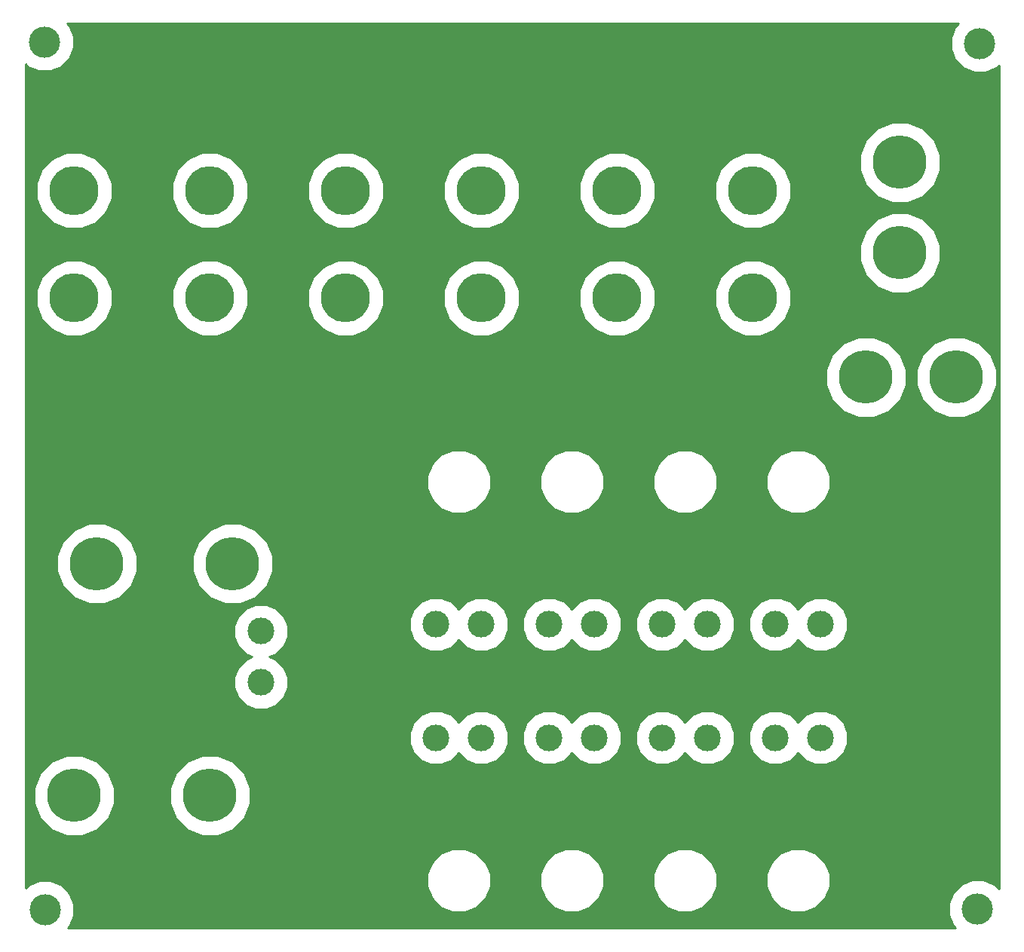
<source format=gbl>
G04 #@! TF.GenerationSoftware,KiCad,Pcbnew,(5.0.2)-1*
G04 #@! TF.CreationDate,2019-05-07T10:13:45+12:00*
G04 #@! TF.ProjectId,power selector,706f7765-7220-4736-956c-6563746f722e,rev?*
G04 #@! TF.SameCoordinates,Original*
G04 #@! TF.FileFunction,Copper,L2,Bot*
G04 #@! TF.FilePolarity,Positive*
%FSLAX46Y46*%
G04 Gerber Fmt 4.6, Leading zero omitted, Abs format (unit mm)*
G04 Created by KiCad (PCBNEW (5.0.2)-1) date 7/05/2019 10:13:45 AM*
%MOMM*%
%LPD*%
G01*
G04 APERTURE LIST*
G04 #@! TA.AperFunction,ComponentPad*
%ADD10C,3.500000*%
G04 #@! TD*
G04 #@! TA.AperFunction,ComponentPad*
%ADD11C,3.000000*%
G04 #@! TD*
G04 #@! TA.AperFunction,ComponentPad*
%ADD12C,6.000000*%
G04 #@! TD*
G04 #@! TA.AperFunction,ComponentPad*
%ADD13C,5.500000*%
G04 #@! TD*
G04 #@! TA.AperFunction,NonConductor*
%ADD14C,0.254000*%
G04 #@! TD*
G04 APERTURE END LIST*
D10*
G04 #@! TO.P,,*
G04 #@! TO.N,*
X75460000Y-127150000D03*
G04 #@! TD*
G04 #@! TO.P,,*
G04 #@! TO.N,*
X180180000Y-127040000D03*
G04 #@! TD*
G04 #@! TO.P,,*
G04 #@! TO.N,*
X180420000Y-29820000D03*
G04 #@! TD*
G04 #@! TO.P,,*
G04 #@! TO.N,*
X75410000Y-29670000D03*
G04 #@! TD*
D11*
G04 #@! TO.P,,1*
G04 #@! TO.N,Net-(H1-Pad1)*
X99695000Y-101600000D03*
G04 #@! TD*
G04 #@! TO.P,,1*
G04 #@! TO.N,Net-(H1-Pad1)*
X99705000Y-95855000D03*
G04 #@! TD*
D12*
G04 #@! TO.P,BT1,-*
G04 #@! TO.N,Net-(H1-Pad1)*
X78740000Y-114300000D03*
G04 #@! TO.P,BT1,+*
X93980000Y-114300000D03*
G04 #@! TD*
D11*
G04 #@! TO.P,D1,3*
G04 #@! TO.N,Net-(H1-Pad1)*
X124460000Y-95075000D03*
G04 #@! TO.P,D1,1*
X119380000Y-95075000D03*
G04 #@! TD*
G04 #@! TO.P,D2,1*
G04 #@! TO.N,Net-(H1-Pad1)*
X162560000Y-107815000D03*
G04 #@! TO.P,D2,3*
X157480000Y-107815000D03*
G04 #@! TD*
G04 #@! TO.P,D3,3*
G04 #@! TO.N,Net-(H1-Pad1)*
X144780000Y-107815000D03*
G04 #@! TO.P,D3,1*
X149860000Y-107815000D03*
G04 #@! TD*
G04 #@! TO.P,D4,1*
G04 #@! TO.N,Net-(H1-Pad1)*
X132080000Y-95075000D03*
G04 #@! TO.P,D4,3*
X137160000Y-95075000D03*
G04 #@! TD*
G04 #@! TO.P,D5,3*
G04 #@! TO.N,Net-(H1-Pad1)*
X149860000Y-95075000D03*
G04 #@! TO.P,D5,1*
X144780000Y-95075000D03*
G04 #@! TD*
G04 #@! TO.P,D6,1*
G04 #@! TO.N,Net-(H1-Pad1)*
X137160000Y-107815000D03*
G04 #@! TO.P,D6,3*
X132080000Y-107815000D03*
G04 #@! TD*
G04 #@! TO.P,D7,3*
G04 #@! TO.N,Net-(H1-Pad1)*
X119380000Y-107815000D03*
G04 #@! TO.P,D7,1*
X124460000Y-107815000D03*
G04 #@! TD*
G04 #@! TO.P,D8,1*
G04 #@! TO.N,Net-(H1-Pad1)*
X157480000Y-95075000D03*
G04 #@! TO.P,D8,3*
X162560000Y-95075000D03*
G04 #@! TD*
D12*
G04 #@! TO.P,F1,1*
G04 #@! TO.N,Net-(H1-Pad1)*
X177800000Y-67310000D03*
G04 #@! TO.P,F1,2*
X167640000Y-67310000D03*
G04 #@! TD*
D13*
G04 #@! TO.P,H1,1*
G04 #@! TO.N,Net-(H1-Pad1)*
X78740000Y-46355000D03*
G04 #@! TD*
G04 #@! TO.P,H2,1*
G04 #@! TO.N,Net-(H1-Pad1)*
X78740000Y-58420000D03*
G04 #@! TD*
G04 #@! TO.P,H3,1*
G04 #@! TO.N,Net-(H1-Pad1)*
X93980000Y-46355000D03*
G04 #@! TD*
G04 #@! TO.P,H4,1*
G04 #@! TO.N,Net-(H1-Pad1)*
X93980000Y-58420000D03*
G04 #@! TD*
G04 #@! TO.P,H5,1*
G04 #@! TO.N,Net-(H1-Pad1)*
X109220000Y-46355000D03*
G04 #@! TD*
G04 #@! TO.P,H6,1*
G04 #@! TO.N,Net-(H1-Pad1)*
X109220000Y-58420000D03*
G04 #@! TD*
G04 #@! TO.P,H7,1*
G04 #@! TO.N,Net-(H1-Pad1)*
X124460000Y-46355000D03*
G04 #@! TD*
G04 #@! TO.P,H8,1*
G04 #@! TO.N,Net-(H1-Pad1)*
X124460000Y-58420000D03*
G04 #@! TD*
G04 #@! TO.P,H9,1*
G04 #@! TO.N,Net-(H1-Pad1)*
X139700000Y-46355000D03*
G04 #@! TD*
G04 #@! TO.P,H10,1*
G04 #@! TO.N,Net-(H1-Pad1)*
X139700000Y-58420000D03*
G04 #@! TD*
G04 #@! TO.P,H11,1*
G04 #@! TO.N,Net-(H1-Pad1)*
X154940000Y-46355000D03*
G04 #@! TD*
G04 #@! TO.P,H12,1*
G04 #@! TO.N,Net-(H1-Pad1)*
X154940000Y-58420000D03*
G04 #@! TD*
D12*
G04 #@! TO.P,J1,1*
G04 #@! TO.N,Net-(H1-Pad1)*
X81280000Y-88265000D03*
G04 #@! TO.P,J1,2*
X96520000Y-88265000D03*
G04 #@! TD*
G04 #@! TO.P,SW1,1*
G04 #@! TO.N,Net-(H1-Pad1)*
X171450000Y-43180000D03*
G04 #@! TO.P,SW1,2*
X171450000Y-53340000D03*
G04 #@! TD*
D14*
G36*
X177641894Y-27963729D02*
X177143000Y-29168164D01*
X177143000Y-30471836D01*
X177641894Y-31676271D01*
X178563729Y-32598106D01*
X179768164Y-33097000D01*
X181071836Y-33097000D01*
X182276271Y-32598106D01*
X182568000Y-32306377D01*
X182568001Y-124793624D01*
X182036271Y-124261894D01*
X180831836Y-123763000D01*
X179528164Y-123763000D01*
X178323729Y-124261894D01*
X177401894Y-125183729D01*
X176903000Y-126388164D01*
X176903000Y-127691836D01*
X177401894Y-128896271D01*
X177713623Y-129208000D01*
X78036377Y-129208000D01*
X78238106Y-129006271D01*
X78737000Y-127801836D01*
X78737000Y-126498164D01*
X78238106Y-125293729D01*
X77316271Y-124371894D01*
X76111836Y-123873000D01*
X74808164Y-123873000D01*
X73603729Y-124371894D01*
X73282000Y-124693623D01*
X73282000Y-123114485D01*
X118348000Y-123114485D01*
X118348000Y-124535515D01*
X118891804Y-125848376D01*
X119896624Y-126853196D01*
X121209485Y-127397000D01*
X122630515Y-127397000D01*
X123943376Y-126853196D01*
X124948196Y-125848376D01*
X125492000Y-124535515D01*
X125492000Y-123114485D01*
X131048000Y-123114485D01*
X131048000Y-124535515D01*
X131591804Y-125848376D01*
X132596624Y-126853196D01*
X133909485Y-127397000D01*
X135330515Y-127397000D01*
X136643376Y-126853196D01*
X137648196Y-125848376D01*
X138192000Y-124535515D01*
X138192000Y-123114485D01*
X143748000Y-123114485D01*
X143748000Y-124535515D01*
X144291804Y-125848376D01*
X145296624Y-126853196D01*
X146609485Y-127397000D01*
X148030515Y-127397000D01*
X149343376Y-126853196D01*
X150348196Y-125848376D01*
X150892000Y-124535515D01*
X150892000Y-123114485D01*
X156448000Y-123114485D01*
X156448000Y-124535515D01*
X156991804Y-125848376D01*
X157996624Y-126853196D01*
X159309485Y-127397000D01*
X160730515Y-127397000D01*
X162043376Y-126853196D01*
X163048196Y-125848376D01*
X163592000Y-124535515D01*
X163592000Y-123114485D01*
X163048196Y-121801624D01*
X162043376Y-120796804D01*
X160730515Y-120253000D01*
X159309485Y-120253000D01*
X157996624Y-120796804D01*
X156991804Y-121801624D01*
X156448000Y-123114485D01*
X150892000Y-123114485D01*
X150348196Y-121801624D01*
X149343376Y-120796804D01*
X148030515Y-120253000D01*
X146609485Y-120253000D01*
X145296624Y-120796804D01*
X144291804Y-121801624D01*
X143748000Y-123114485D01*
X138192000Y-123114485D01*
X137648196Y-121801624D01*
X136643376Y-120796804D01*
X135330515Y-120253000D01*
X133909485Y-120253000D01*
X132596624Y-120796804D01*
X131591804Y-121801624D01*
X131048000Y-123114485D01*
X125492000Y-123114485D01*
X124948196Y-121801624D01*
X123943376Y-120796804D01*
X122630515Y-120253000D01*
X121209485Y-120253000D01*
X119896624Y-120796804D01*
X118891804Y-121801624D01*
X118348000Y-123114485D01*
X73282000Y-123114485D01*
X73282000Y-113399524D01*
X74213000Y-113399524D01*
X74213000Y-115200476D01*
X74902195Y-116864339D01*
X76175661Y-118137805D01*
X77839524Y-118827000D01*
X79640476Y-118827000D01*
X81304339Y-118137805D01*
X82577805Y-116864339D01*
X83267000Y-115200476D01*
X83267000Y-113399524D01*
X89453000Y-113399524D01*
X89453000Y-115200476D01*
X90142195Y-116864339D01*
X91415661Y-118137805D01*
X93079524Y-118827000D01*
X94880476Y-118827000D01*
X96544339Y-118137805D01*
X97817805Y-116864339D01*
X98507000Y-115200476D01*
X98507000Y-113399524D01*
X97817805Y-111735661D01*
X96544339Y-110462195D01*
X94880476Y-109773000D01*
X93079524Y-109773000D01*
X91415661Y-110462195D01*
X90142195Y-111735661D01*
X89453000Y-113399524D01*
X83267000Y-113399524D01*
X82577805Y-111735661D01*
X81304339Y-110462195D01*
X79640476Y-109773000D01*
X77839524Y-109773000D01*
X76175661Y-110462195D01*
X74902195Y-111735661D01*
X74213000Y-113399524D01*
X73282000Y-113399524D01*
X73282000Y-107212892D01*
X116353000Y-107212892D01*
X116353000Y-108417108D01*
X116813834Y-109529658D01*
X117665342Y-110381166D01*
X118777892Y-110842000D01*
X119982108Y-110842000D01*
X121094658Y-110381166D01*
X121920000Y-109555824D01*
X122745342Y-110381166D01*
X123857892Y-110842000D01*
X125062108Y-110842000D01*
X126174658Y-110381166D01*
X127026166Y-109529658D01*
X127487000Y-108417108D01*
X127487000Y-107212892D01*
X129053000Y-107212892D01*
X129053000Y-108417108D01*
X129513834Y-109529658D01*
X130365342Y-110381166D01*
X131477892Y-110842000D01*
X132682108Y-110842000D01*
X133794658Y-110381166D01*
X134620000Y-109555824D01*
X135445342Y-110381166D01*
X136557892Y-110842000D01*
X137762108Y-110842000D01*
X138874658Y-110381166D01*
X139726166Y-109529658D01*
X140187000Y-108417108D01*
X140187000Y-107212892D01*
X141753000Y-107212892D01*
X141753000Y-108417108D01*
X142213834Y-109529658D01*
X143065342Y-110381166D01*
X144177892Y-110842000D01*
X145382108Y-110842000D01*
X146494658Y-110381166D01*
X147320000Y-109555824D01*
X148145342Y-110381166D01*
X149257892Y-110842000D01*
X150462108Y-110842000D01*
X151574658Y-110381166D01*
X152426166Y-109529658D01*
X152887000Y-108417108D01*
X152887000Y-107212892D01*
X154453000Y-107212892D01*
X154453000Y-108417108D01*
X154913834Y-109529658D01*
X155765342Y-110381166D01*
X156877892Y-110842000D01*
X158082108Y-110842000D01*
X159194658Y-110381166D01*
X160020000Y-109555824D01*
X160845342Y-110381166D01*
X161957892Y-110842000D01*
X163162108Y-110842000D01*
X164274658Y-110381166D01*
X165126166Y-109529658D01*
X165587000Y-108417108D01*
X165587000Y-107212892D01*
X165126166Y-106100342D01*
X164274658Y-105248834D01*
X163162108Y-104788000D01*
X161957892Y-104788000D01*
X160845342Y-105248834D01*
X160020000Y-106074176D01*
X159194658Y-105248834D01*
X158082108Y-104788000D01*
X156877892Y-104788000D01*
X155765342Y-105248834D01*
X154913834Y-106100342D01*
X154453000Y-107212892D01*
X152887000Y-107212892D01*
X152426166Y-106100342D01*
X151574658Y-105248834D01*
X150462108Y-104788000D01*
X149257892Y-104788000D01*
X148145342Y-105248834D01*
X147320000Y-106074176D01*
X146494658Y-105248834D01*
X145382108Y-104788000D01*
X144177892Y-104788000D01*
X143065342Y-105248834D01*
X142213834Y-106100342D01*
X141753000Y-107212892D01*
X140187000Y-107212892D01*
X139726166Y-106100342D01*
X138874658Y-105248834D01*
X137762108Y-104788000D01*
X136557892Y-104788000D01*
X135445342Y-105248834D01*
X134620000Y-106074176D01*
X133794658Y-105248834D01*
X132682108Y-104788000D01*
X131477892Y-104788000D01*
X130365342Y-105248834D01*
X129513834Y-106100342D01*
X129053000Y-107212892D01*
X127487000Y-107212892D01*
X127026166Y-106100342D01*
X126174658Y-105248834D01*
X125062108Y-104788000D01*
X123857892Y-104788000D01*
X122745342Y-105248834D01*
X121920000Y-106074176D01*
X121094658Y-105248834D01*
X119982108Y-104788000D01*
X118777892Y-104788000D01*
X117665342Y-105248834D01*
X116813834Y-106100342D01*
X116353000Y-107212892D01*
X73282000Y-107212892D01*
X73282000Y-100997892D01*
X96668000Y-100997892D01*
X96668000Y-102202108D01*
X97128834Y-103314658D01*
X97980342Y-104166166D01*
X99092892Y-104627000D01*
X100297108Y-104627000D01*
X101409658Y-104166166D01*
X102261166Y-103314658D01*
X102722000Y-102202108D01*
X102722000Y-100997892D01*
X102261166Y-99885342D01*
X101409658Y-99033834D01*
X100675103Y-98729571D01*
X101419658Y-98421166D01*
X102271166Y-97569658D01*
X102732000Y-96457108D01*
X102732000Y-95252892D01*
X102408913Y-94472892D01*
X116353000Y-94472892D01*
X116353000Y-95677108D01*
X116813834Y-96789658D01*
X117665342Y-97641166D01*
X118777892Y-98102000D01*
X119982108Y-98102000D01*
X121094658Y-97641166D01*
X121920000Y-96815824D01*
X122745342Y-97641166D01*
X123857892Y-98102000D01*
X125062108Y-98102000D01*
X126174658Y-97641166D01*
X127026166Y-96789658D01*
X127487000Y-95677108D01*
X127487000Y-94472892D01*
X129053000Y-94472892D01*
X129053000Y-95677108D01*
X129513834Y-96789658D01*
X130365342Y-97641166D01*
X131477892Y-98102000D01*
X132682108Y-98102000D01*
X133794658Y-97641166D01*
X134620000Y-96815824D01*
X135445342Y-97641166D01*
X136557892Y-98102000D01*
X137762108Y-98102000D01*
X138874658Y-97641166D01*
X139726166Y-96789658D01*
X140187000Y-95677108D01*
X140187000Y-94472892D01*
X141753000Y-94472892D01*
X141753000Y-95677108D01*
X142213834Y-96789658D01*
X143065342Y-97641166D01*
X144177892Y-98102000D01*
X145382108Y-98102000D01*
X146494658Y-97641166D01*
X147320000Y-96815824D01*
X148145342Y-97641166D01*
X149257892Y-98102000D01*
X150462108Y-98102000D01*
X151574658Y-97641166D01*
X152426166Y-96789658D01*
X152887000Y-95677108D01*
X152887000Y-94472892D01*
X154453000Y-94472892D01*
X154453000Y-95677108D01*
X154913834Y-96789658D01*
X155765342Y-97641166D01*
X156877892Y-98102000D01*
X158082108Y-98102000D01*
X159194658Y-97641166D01*
X160020000Y-96815824D01*
X160845342Y-97641166D01*
X161957892Y-98102000D01*
X163162108Y-98102000D01*
X164274658Y-97641166D01*
X165126166Y-96789658D01*
X165587000Y-95677108D01*
X165587000Y-94472892D01*
X165126166Y-93360342D01*
X164274658Y-92508834D01*
X163162108Y-92048000D01*
X161957892Y-92048000D01*
X160845342Y-92508834D01*
X160020000Y-93334176D01*
X159194658Y-92508834D01*
X158082108Y-92048000D01*
X156877892Y-92048000D01*
X155765342Y-92508834D01*
X154913834Y-93360342D01*
X154453000Y-94472892D01*
X152887000Y-94472892D01*
X152426166Y-93360342D01*
X151574658Y-92508834D01*
X150462108Y-92048000D01*
X149257892Y-92048000D01*
X148145342Y-92508834D01*
X147320000Y-93334176D01*
X146494658Y-92508834D01*
X145382108Y-92048000D01*
X144177892Y-92048000D01*
X143065342Y-92508834D01*
X142213834Y-93360342D01*
X141753000Y-94472892D01*
X140187000Y-94472892D01*
X139726166Y-93360342D01*
X138874658Y-92508834D01*
X137762108Y-92048000D01*
X136557892Y-92048000D01*
X135445342Y-92508834D01*
X134620000Y-93334176D01*
X133794658Y-92508834D01*
X132682108Y-92048000D01*
X131477892Y-92048000D01*
X130365342Y-92508834D01*
X129513834Y-93360342D01*
X129053000Y-94472892D01*
X127487000Y-94472892D01*
X127026166Y-93360342D01*
X126174658Y-92508834D01*
X125062108Y-92048000D01*
X123857892Y-92048000D01*
X122745342Y-92508834D01*
X121920000Y-93334176D01*
X121094658Y-92508834D01*
X119982108Y-92048000D01*
X118777892Y-92048000D01*
X117665342Y-92508834D01*
X116813834Y-93360342D01*
X116353000Y-94472892D01*
X102408913Y-94472892D01*
X102271166Y-94140342D01*
X101419658Y-93288834D01*
X100307108Y-92828000D01*
X99102892Y-92828000D01*
X97990342Y-93288834D01*
X97138834Y-94140342D01*
X96678000Y-95252892D01*
X96678000Y-96457108D01*
X97138834Y-97569658D01*
X97990342Y-98421166D01*
X98724897Y-98725429D01*
X97980342Y-99033834D01*
X97128834Y-99885342D01*
X96668000Y-100997892D01*
X73282000Y-100997892D01*
X73282000Y-87364524D01*
X76753000Y-87364524D01*
X76753000Y-89165476D01*
X77442195Y-90829339D01*
X78715661Y-92102805D01*
X80379524Y-92792000D01*
X82180476Y-92792000D01*
X83844339Y-92102805D01*
X85117805Y-90829339D01*
X85807000Y-89165476D01*
X85807000Y-87364524D01*
X91993000Y-87364524D01*
X91993000Y-89165476D01*
X92682195Y-90829339D01*
X93955661Y-92102805D01*
X95619524Y-92792000D01*
X97420476Y-92792000D01*
X99084339Y-92102805D01*
X100357805Y-90829339D01*
X101047000Y-89165476D01*
X101047000Y-87364524D01*
X100357805Y-85700661D01*
X99084339Y-84427195D01*
X97420476Y-83738000D01*
X95619524Y-83738000D01*
X93955661Y-84427195D01*
X92682195Y-85700661D01*
X91993000Y-87364524D01*
X85807000Y-87364524D01*
X85117805Y-85700661D01*
X83844339Y-84427195D01*
X82180476Y-83738000D01*
X80379524Y-83738000D01*
X78715661Y-84427195D01*
X77442195Y-85700661D01*
X76753000Y-87364524D01*
X73282000Y-87364524D01*
X73282000Y-78354485D01*
X118348000Y-78354485D01*
X118348000Y-79775515D01*
X118891804Y-81088376D01*
X119896624Y-82093196D01*
X121209485Y-82637000D01*
X122630515Y-82637000D01*
X123943376Y-82093196D01*
X124948196Y-81088376D01*
X125492000Y-79775515D01*
X125492000Y-78354485D01*
X131048000Y-78354485D01*
X131048000Y-79775515D01*
X131591804Y-81088376D01*
X132596624Y-82093196D01*
X133909485Y-82637000D01*
X135330515Y-82637000D01*
X136643376Y-82093196D01*
X137648196Y-81088376D01*
X138192000Y-79775515D01*
X138192000Y-78354485D01*
X143748000Y-78354485D01*
X143748000Y-79775515D01*
X144291804Y-81088376D01*
X145296624Y-82093196D01*
X146609485Y-82637000D01*
X148030515Y-82637000D01*
X149343376Y-82093196D01*
X150348196Y-81088376D01*
X150892000Y-79775515D01*
X150892000Y-78354485D01*
X156448000Y-78354485D01*
X156448000Y-79775515D01*
X156991804Y-81088376D01*
X157996624Y-82093196D01*
X159309485Y-82637000D01*
X160730515Y-82637000D01*
X162043376Y-82093196D01*
X163048196Y-81088376D01*
X163592000Y-79775515D01*
X163592000Y-78354485D01*
X163048196Y-77041624D01*
X162043376Y-76036804D01*
X160730515Y-75493000D01*
X159309485Y-75493000D01*
X157996624Y-76036804D01*
X156991804Y-77041624D01*
X156448000Y-78354485D01*
X150892000Y-78354485D01*
X150348196Y-77041624D01*
X149343376Y-76036804D01*
X148030515Y-75493000D01*
X146609485Y-75493000D01*
X145296624Y-76036804D01*
X144291804Y-77041624D01*
X143748000Y-78354485D01*
X138192000Y-78354485D01*
X137648196Y-77041624D01*
X136643376Y-76036804D01*
X135330515Y-75493000D01*
X133909485Y-75493000D01*
X132596624Y-76036804D01*
X131591804Y-77041624D01*
X131048000Y-78354485D01*
X125492000Y-78354485D01*
X124948196Y-77041624D01*
X123943376Y-76036804D01*
X122630515Y-75493000D01*
X121209485Y-75493000D01*
X119896624Y-76036804D01*
X118891804Y-77041624D01*
X118348000Y-78354485D01*
X73282000Y-78354485D01*
X73282000Y-66409524D01*
X163113000Y-66409524D01*
X163113000Y-68210476D01*
X163802195Y-69874339D01*
X165075661Y-71147805D01*
X166739524Y-71837000D01*
X168540476Y-71837000D01*
X170204339Y-71147805D01*
X171477805Y-69874339D01*
X172167000Y-68210476D01*
X172167000Y-66409524D01*
X173273000Y-66409524D01*
X173273000Y-68210476D01*
X173962195Y-69874339D01*
X175235661Y-71147805D01*
X176899524Y-71837000D01*
X178700476Y-71837000D01*
X180364339Y-71147805D01*
X181637805Y-69874339D01*
X182327000Y-68210476D01*
X182327000Y-66409524D01*
X181637805Y-64745661D01*
X180364339Y-63472195D01*
X178700476Y-62783000D01*
X176899524Y-62783000D01*
X175235661Y-63472195D01*
X173962195Y-64745661D01*
X173273000Y-66409524D01*
X172167000Y-66409524D01*
X171477805Y-64745661D01*
X170204339Y-63472195D01*
X168540476Y-62783000D01*
X166739524Y-62783000D01*
X165075661Y-63472195D01*
X163802195Y-64745661D01*
X163113000Y-66409524D01*
X73282000Y-66409524D01*
X73282000Y-57569252D01*
X74463000Y-57569252D01*
X74463000Y-59270748D01*
X75114135Y-60842726D01*
X76317274Y-62045865D01*
X77889252Y-62697000D01*
X79590748Y-62697000D01*
X81162726Y-62045865D01*
X82365865Y-60842726D01*
X83017000Y-59270748D01*
X83017000Y-57569252D01*
X89703000Y-57569252D01*
X89703000Y-59270748D01*
X90354135Y-60842726D01*
X91557274Y-62045865D01*
X93129252Y-62697000D01*
X94830748Y-62697000D01*
X96402726Y-62045865D01*
X97605865Y-60842726D01*
X98257000Y-59270748D01*
X98257000Y-57569252D01*
X104943000Y-57569252D01*
X104943000Y-59270748D01*
X105594135Y-60842726D01*
X106797274Y-62045865D01*
X108369252Y-62697000D01*
X110070748Y-62697000D01*
X111642726Y-62045865D01*
X112845865Y-60842726D01*
X113497000Y-59270748D01*
X113497000Y-57569252D01*
X120183000Y-57569252D01*
X120183000Y-59270748D01*
X120834135Y-60842726D01*
X122037274Y-62045865D01*
X123609252Y-62697000D01*
X125310748Y-62697000D01*
X126882726Y-62045865D01*
X128085865Y-60842726D01*
X128737000Y-59270748D01*
X128737000Y-57569252D01*
X135423000Y-57569252D01*
X135423000Y-59270748D01*
X136074135Y-60842726D01*
X137277274Y-62045865D01*
X138849252Y-62697000D01*
X140550748Y-62697000D01*
X142122726Y-62045865D01*
X143325865Y-60842726D01*
X143977000Y-59270748D01*
X143977000Y-57569252D01*
X150663000Y-57569252D01*
X150663000Y-59270748D01*
X151314135Y-60842726D01*
X152517274Y-62045865D01*
X154089252Y-62697000D01*
X155790748Y-62697000D01*
X157362726Y-62045865D01*
X158565865Y-60842726D01*
X159217000Y-59270748D01*
X159217000Y-57569252D01*
X158565865Y-55997274D01*
X157362726Y-54794135D01*
X155790748Y-54143000D01*
X154089252Y-54143000D01*
X152517274Y-54794135D01*
X151314135Y-55997274D01*
X150663000Y-57569252D01*
X143977000Y-57569252D01*
X143325865Y-55997274D01*
X142122726Y-54794135D01*
X140550748Y-54143000D01*
X138849252Y-54143000D01*
X137277274Y-54794135D01*
X136074135Y-55997274D01*
X135423000Y-57569252D01*
X128737000Y-57569252D01*
X128085865Y-55997274D01*
X126882726Y-54794135D01*
X125310748Y-54143000D01*
X123609252Y-54143000D01*
X122037274Y-54794135D01*
X120834135Y-55997274D01*
X120183000Y-57569252D01*
X113497000Y-57569252D01*
X112845865Y-55997274D01*
X111642726Y-54794135D01*
X110070748Y-54143000D01*
X108369252Y-54143000D01*
X106797274Y-54794135D01*
X105594135Y-55997274D01*
X104943000Y-57569252D01*
X98257000Y-57569252D01*
X97605865Y-55997274D01*
X96402726Y-54794135D01*
X94830748Y-54143000D01*
X93129252Y-54143000D01*
X91557274Y-54794135D01*
X90354135Y-55997274D01*
X89703000Y-57569252D01*
X83017000Y-57569252D01*
X82365865Y-55997274D01*
X81162726Y-54794135D01*
X79590748Y-54143000D01*
X77889252Y-54143000D01*
X76317274Y-54794135D01*
X75114135Y-55997274D01*
X74463000Y-57569252D01*
X73282000Y-57569252D01*
X73282000Y-52439524D01*
X166923000Y-52439524D01*
X166923000Y-54240476D01*
X167612195Y-55904339D01*
X168885661Y-57177805D01*
X170549524Y-57867000D01*
X172350476Y-57867000D01*
X174014339Y-57177805D01*
X175287805Y-55904339D01*
X175977000Y-54240476D01*
X175977000Y-52439524D01*
X175287805Y-50775661D01*
X174014339Y-49502195D01*
X172350476Y-48813000D01*
X170549524Y-48813000D01*
X168885661Y-49502195D01*
X167612195Y-50775661D01*
X166923000Y-52439524D01*
X73282000Y-52439524D01*
X73282000Y-45504252D01*
X74463000Y-45504252D01*
X74463000Y-47205748D01*
X75114135Y-48777726D01*
X76317274Y-49980865D01*
X77889252Y-50632000D01*
X79590748Y-50632000D01*
X81162726Y-49980865D01*
X82365865Y-48777726D01*
X83017000Y-47205748D01*
X83017000Y-45504252D01*
X89703000Y-45504252D01*
X89703000Y-47205748D01*
X90354135Y-48777726D01*
X91557274Y-49980865D01*
X93129252Y-50632000D01*
X94830748Y-50632000D01*
X96402726Y-49980865D01*
X97605865Y-48777726D01*
X98257000Y-47205748D01*
X98257000Y-45504252D01*
X104943000Y-45504252D01*
X104943000Y-47205748D01*
X105594135Y-48777726D01*
X106797274Y-49980865D01*
X108369252Y-50632000D01*
X110070748Y-50632000D01*
X111642726Y-49980865D01*
X112845865Y-48777726D01*
X113497000Y-47205748D01*
X113497000Y-45504252D01*
X120183000Y-45504252D01*
X120183000Y-47205748D01*
X120834135Y-48777726D01*
X122037274Y-49980865D01*
X123609252Y-50632000D01*
X125310748Y-50632000D01*
X126882726Y-49980865D01*
X128085865Y-48777726D01*
X128737000Y-47205748D01*
X128737000Y-45504252D01*
X135423000Y-45504252D01*
X135423000Y-47205748D01*
X136074135Y-48777726D01*
X137277274Y-49980865D01*
X138849252Y-50632000D01*
X140550748Y-50632000D01*
X142122726Y-49980865D01*
X143325865Y-48777726D01*
X143977000Y-47205748D01*
X143977000Y-45504252D01*
X150663000Y-45504252D01*
X150663000Y-47205748D01*
X151314135Y-48777726D01*
X152517274Y-49980865D01*
X154089252Y-50632000D01*
X155790748Y-50632000D01*
X157362726Y-49980865D01*
X158565865Y-48777726D01*
X159217000Y-47205748D01*
X159217000Y-45504252D01*
X158565865Y-43932274D01*
X157362726Y-42729135D01*
X156277270Y-42279524D01*
X166923000Y-42279524D01*
X166923000Y-44080476D01*
X167612195Y-45744339D01*
X168885661Y-47017805D01*
X170549524Y-47707000D01*
X172350476Y-47707000D01*
X174014339Y-47017805D01*
X175287805Y-45744339D01*
X175977000Y-44080476D01*
X175977000Y-42279524D01*
X175287805Y-40615661D01*
X174014339Y-39342195D01*
X172350476Y-38653000D01*
X170549524Y-38653000D01*
X168885661Y-39342195D01*
X167612195Y-40615661D01*
X166923000Y-42279524D01*
X156277270Y-42279524D01*
X155790748Y-42078000D01*
X154089252Y-42078000D01*
X152517274Y-42729135D01*
X151314135Y-43932274D01*
X150663000Y-45504252D01*
X143977000Y-45504252D01*
X143325865Y-43932274D01*
X142122726Y-42729135D01*
X140550748Y-42078000D01*
X138849252Y-42078000D01*
X137277274Y-42729135D01*
X136074135Y-43932274D01*
X135423000Y-45504252D01*
X128737000Y-45504252D01*
X128085865Y-43932274D01*
X126882726Y-42729135D01*
X125310748Y-42078000D01*
X123609252Y-42078000D01*
X122037274Y-42729135D01*
X120834135Y-43932274D01*
X120183000Y-45504252D01*
X113497000Y-45504252D01*
X112845865Y-43932274D01*
X111642726Y-42729135D01*
X110070748Y-42078000D01*
X108369252Y-42078000D01*
X106797274Y-42729135D01*
X105594135Y-43932274D01*
X104943000Y-45504252D01*
X98257000Y-45504252D01*
X97605865Y-43932274D01*
X96402726Y-42729135D01*
X94830748Y-42078000D01*
X93129252Y-42078000D01*
X91557274Y-42729135D01*
X90354135Y-43932274D01*
X89703000Y-45504252D01*
X83017000Y-45504252D01*
X82365865Y-43932274D01*
X81162726Y-42729135D01*
X79590748Y-42078000D01*
X77889252Y-42078000D01*
X76317274Y-42729135D01*
X75114135Y-43932274D01*
X74463000Y-45504252D01*
X73282000Y-45504252D01*
X73282000Y-32176377D01*
X73553729Y-32448106D01*
X74758164Y-32947000D01*
X76061836Y-32947000D01*
X77266271Y-32448106D01*
X78188106Y-31526271D01*
X78687000Y-30321836D01*
X78687000Y-29018164D01*
X78188106Y-27813729D01*
X77976377Y-27602000D01*
X178003623Y-27602000D01*
X177641894Y-27963729D01*
X177641894Y-27963729D01*
G37*
X177641894Y-27963729D02*
X177143000Y-29168164D01*
X177143000Y-30471836D01*
X177641894Y-31676271D01*
X178563729Y-32598106D01*
X179768164Y-33097000D01*
X181071836Y-33097000D01*
X182276271Y-32598106D01*
X182568000Y-32306377D01*
X182568001Y-124793624D01*
X182036271Y-124261894D01*
X180831836Y-123763000D01*
X179528164Y-123763000D01*
X178323729Y-124261894D01*
X177401894Y-125183729D01*
X176903000Y-126388164D01*
X176903000Y-127691836D01*
X177401894Y-128896271D01*
X177713623Y-129208000D01*
X78036377Y-129208000D01*
X78238106Y-129006271D01*
X78737000Y-127801836D01*
X78737000Y-126498164D01*
X78238106Y-125293729D01*
X77316271Y-124371894D01*
X76111836Y-123873000D01*
X74808164Y-123873000D01*
X73603729Y-124371894D01*
X73282000Y-124693623D01*
X73282000Y-123114485D01*
X118348000Y-123114485D01*
X118348000Y-124535515D01*
X118891804Y-125848376D01*
X119896624Y-126853196D01*
X121209485Y-127397000D01*
X122630515Y-127397000D01*
X123943376Y-126853196D01*
X124948196Y-125848376D01*
X125492000Y-124535515D01*
X125492000Y-123114485D01*
X131048000Y-123114485D01*
X131048000Y-124535515D01*
X131591804Y-125848376D01*
X132596624Y-126853196D01*
X133909485Y-127397000D01*
X135330515Y-127397000D01*
X136643376Y-126853196D01*
X137648196Y-125848376D01*
X138192000Y-124535515D01*
X138192000Y-123114485D01*
X143748000Y-123114485D01*
X143748000Y-124535515D01*
X144291804Y-125848376D01*
X145296624Y-126853196D01*
X146609485Y-127397000D01*
X148030515Y-127397000D01*
X149343376Y-126853196D01*
X150348196Y-125848376D01*
X150892000Y-124535515D01*
X150892000Y-123114485D01*
X156448000Y-123114485D01*
X156448000Y-124535515D01*
X156991804Y-125848376D01*
X157996624Y-126853196D01*
X159309485Y-127397000D01*
X160730515Y-127397000D01*
X162043376Y-126853196D01*
X163048196Y-125848376D01*
X163592000Y-124535515D01*
X163592000Y-123114485D01*
X163048196Y-121801624D01*
X162043376Y-120796804D01*
X160730515Y-120253000D01*
X159309485Y-120253000D01*
X157996624Y-120796804D01*
X156991804Y-121801624D01*
X156448000Y-123114485D01*
X150892000Y-123114485D01*
X150348196Y-121801624D01*
X149343376Y-120796804D01*
X148030515Y-120253000D01*
X146609485Y-120253000D01*
X145296624Y-120796804D01*
X144291804Y-121801624D01*
X143748000Y-123114485D01*
X138192000Y-123114485D01*
X137648196Y-121801624D01*
X136643376Y-120796804D01*
X135330515Y-120253000D01*
X133909485Y-120253000D01*
X132596624Y-120796804D01*
X131591804Y-121801624D01*
X131048000Y-123114485D01*
X125492000Y-123114485D01*
X124948196Y-121801624D01*
X123943376Y-120796804D01*
X122630515Y-120253000D01*
X121209485Y-120253000D01*
X119896624Y-120796804D01*
X118891804Y-121801624D01*
X118348000Y-123114485D01*
X73282000Y-123114485D01*
X73282000Y-113399524D01*
X74213000Y-113399524D01*
X74213000Y-115200476D01*
X74902195Y-116864339D01*
X76175661Y-118137805D01*
X77839524Y-118827000D01*
X79640476Y-118827000D01*
X81304339Y-118137805D01*
X82577805Y-116864339D01*
X83267000Y-115200476D01*
X83267000Y-113399524D01*
X89453000Y-113399524D01*
X89453000Y-115200476D01*
X90142195Y-116864339D01*
X91415661Y-118137805D01*
X93079524Y-118827000D01*
X94880476Y-118827000D01*
X96544339Y-118137805D01*
X97817805Y-116864339D01*
X98507000Y-115200476D01*
X98507000Y-113399524D01*
X97817805Y-111735661D01*
X96544339Y-110462195D01*
X94880476Y-109773000D01*
X93079524Y-109773000D01*
X91415661Y-110462195D01*
X90142195Y-111735661D01*
X89453000Y-113399524D01*
X83267000Y-113399524D01*
X82577805Y-111735661D01*
X81304339Y-110462195D01*
X79640476Y-109773000D01*
X77839524Y-109773000D01*
X76175661Y-110462195D01*
X74902195Y-111735661D01*
X74213000Y-113399524D01*
X73282000Y-113399524D01*
X73282000Y-107212892D01*
X116353000Y-107212892D01*
X116353000Y-108417108D01*
X116813834Y-109529658D01*
X117665342Y-110381166D01*
X118777892Y-110842000D01*
X119982108Y-110842000D01*
X121094658Y-110381166D01*
X121920000Y-109555824D01*
X122745342Y-110381166D01*
X123857892Y-110842000D01*
X125062108Y-110842000D01*
X126174658Y-110381166D01*
X127026166Y-109529658D01*
X127487000Y-108417108D01*
X127487000Y-107212892D01*
X129053000Y-107212892D01*
X129053000Y-108417108D01*
X129513834Y-109529658D01*
X130365342Y-110381166D01*
X131477892Y-110842000D01*
X132682108Y-110842000D01*
X133794658Y-110381166D01*
X134620000Y-109555824D01*
X135445342Y-110381166D01*
X136557892Y-110842000D01*
X137762108Y-110842000D01*
X138874658Y-110381166D01*
X139726166Y-109529658D01*
X140187000Y-108417108D01*
X140187000Y-107212892D01*
X141753000Y-107212892D01*
X141753000Y-108417108D01*
X142213834Y-109529658D01*
X143065342Y-110381166D01*
X144177892Y-110842000D01*
X145382108Y-110842000D01*
X146494658Y-110381166D01*
X147320000Y-109555824D01*
X148145342Y-110381166D01*
X149257892Y-110842000D01*
X150462108Y-110842000D01*
X151574658Y-110381166D01*
X152426166Y-109529658D01*
X152887000Y-108417108D01*
X152887000Y-107212892D01*
X154453000Y-107212892D01*
X154453000Y-108417108D01*
X154913834Y-109529658D01*
X155765342Y-110381166D01*
X156877892Y-110842000D01*
X158082108Y-110842000D01*
X159194658Y-110381166D01*
X160020000Y-109555824D01*
X160845342Y-110381166D01*
X161957892Y-110842000D01*
X163162108Y-110842000D01*
X164274658Y-110381166D01*
X165126166Y-109529658D01*
X165587000Y-108417108D01*
X165587000Y-107212892D01*
X165126166Y-106100342D01*
X164274658Y-105248834D01*
X163162108Y-104788000D01*
X161957892Y-104788000D01*
X160845342Y-105248834D01*
X160020000Y-106074176D01*
X159194658Y-105248834D01*
X158082108Y-104788000D01*
X156877892Y-104788000D01*
X155765342Y-105248834D01*
X154913834Y-106100342D01*
X154453000Y-107212892D01*
X152887000Y-107212892D01*
X152426166Y-106100342D01*
X151574658Y-105248834D01*
X150462108Y-104788000D01*
X149257892Y-104788000D01*
X148145342Y-105248834D01*
X147320000Y-106074176D01*
X146494658Y-105248834D01*
X145382108Y-104788000D01*
X144177892Y-104788000D01*
X143065342Y-105248834D01*
X142213834Y-106100342D01*
X141753000Y-107212892D01*
X140187000Y-107212892D01*
X139726166Y-106100342D01*
X138874658Y-105248834D01*
X137762108Y-104788000D01*
X136557892Y-104788000D01*
X135445342Y-105248834D01*
X134620000Y-106074176D01*
X133794658Y-105248834D01*
X132682108Y-104788000D01*
X131477892Y-104788000D01*
X130365342Y-105248834D01*
X129513834Y-106100342D01*
X129053000Y-107212892D01*
X127487000Y-107212892D01*
X127026166Y-106100342D01*
X126174658Y-105248834D01*
X125062108Y-104788000D01*
X123857892Y-104788000D01*
X122745342Y-105248834D01*
X121920000Y-106074176D01*
X121094658Y-105248834D01*
X119982108Y-104788000D01*
X118777892Y-104788000D01*
X117665342Y-105248834D01*
X116813834Y-106100342D01*
X116353000Y-107212892D01*
X73282000Y-107212892D01*
X73282000Y-100997892D01*
X96668000Y-100997892D01*
X96668000Y-102202108D01*
X97128834Y-103314658D01*
X97980342Y-104166166D01*
X99092892Y-104627000D01*
X100297108Y-104627000D01*
X101409658Y-104166166D01*
X102261166Y-103314658D01*
X102722000Y-102202108D01*
X102722000Y-100997892D01*
X102261166Y-99885342D01*
X101409658Y-99033834D01*
X100675103Y-98729571D01*
X101419658Y-98421166D01*
X102271166Y-97569658D01*
X102732000Y-96457108D01*
X102732000Y-95252892D01*
X102408913Y-94472892D01*
X116353000Y-94472892D01*
X116353000Y-95677108D01*
X116813834Y-96789658D01*
X117665342Y-97641166D01*
X118777892Y-98102000D01*
X119982108Y-98102000D01*
X121094658Y-97641166D01*
X121920000Y-96815824D01*
X122745342Y-97641166D01*
X123857892Y-98102000D01*
X125062108Y-98102000D01*
X126174658Y-97641166D01*
X127026166Y-96789658D01*
X127487000Y-95677108D01*
X127487000Y-94472892D01*
X129053000Y-94472892D01*
X129053000Y-95677108D01*
X129513834Y-96789658D01*
X130365342Y-97641166D01*
X131477892Y-98102000D01*
X132682108Y-98102000D01*
X133794658Y-97641166D01*
X134620000Y-96815824D01*
X135445342Y-97641166D01*
X136557892Y-98102000D01*
X137762108Y-98102000D01*
X138874658Y-97641166D01*
X139726166Y-96789658D01*
X140187000Y-95677108D01*
X140187000Y-94472892D01*
X141753000Y-94472892D01*
X141753000Y-95677108D01*
X142213834Y-96789658D01*
X143065342Y-97641166D01*
X144177892Y-98102000D01*
X145382108Y-98102000D01*
X146494658Y-97641166D01*
X147320000Y-96815824D01*
X148145342Y-97641166D01*
X149257892Y-98102000D01*
X150462108Y-98102000D01*
X151574658Y-97641166D01*
X152426166Y-96789658D01*
X152887000Y-95677108D01*
X152887000Y-94472892D01*
X154453000Y-94472892D01*
X154453000Y-95677108D01*
X154913834Y-96789658D01*
X155765342Y-97641166D01*
X156877892Y-98102000D01*
X158082108Y-98102000D01*
X159194658Y-97641166D01*
X160020000Y-96815824D01*
X160845342Y-97641166D01*
X161957892Y-98102000D01*
X163162108Y-98102000D01*
X164274658Y-97641166D01*
X165126166Y-96789658D01*
X165587000Y-95677108D01*
X165587000Y-94472892D01*
X165126166Y-93360342D01*
X164274658Y-92508834D01*
X163162108Y-92048000D01*
X161957892Y-92048000D01*
X160845342Y-92508834D01*
X160020000Y-93334176D01*
X159194658Y-92508834D01*
X158082108Y-92048000D01*
X156877892Y-92048000D01*
X155765342Y-92508834D01*
X154913834Y-93360342D01*
X154453000Y-94472892D01*
X152887000Y-94472892D01*
X152426166Y-93360342D01*
X151574658Y-92508834D01*
X150462108Y-92048000D01*
X149257892Y-92048000D01*
X148145342Y-92508834D01*
X147320000Y-93334176D01*
X146494658Y-92508834D01*
X145382108Y-92048000D01*
X144177892Y-92048000D01*
X143065342Y-92508834D01*
X142213834Y-93360342D01*
X141753000Y-94472892D01*
X140187000Y-94472892D01*
X139726166Y-93360342D01*
X138874658Y-92508834D01*
X137762108Y-92048000D01*
X136557892Y-92048000D01*
X135445342Y-92508834D01*
X134620000Y-93334176D01*
X133794658Y-92508834D01*
X132682108Y-92048000D01*
X131477892Y-92048000D01*
X130365342Y-92508834D01*
X129513834Y-93360342D01*
X129053000Y-94472892D01*
X127487000Y-94472892D01*
X127026166Y-93360342D01*
X126174658Y-92508834D01*
X125062108Y-92048000D01*
X123857892Y-92048000D01*
X122745342Y-92508834D01*
X121920000Y-93334176D01*
X121094658Y-92508834D01*
X119982108Y-92048000D01*
X118777892Y-92048000D01*
X117665342Y-92508834D01*
X116813834Y-93360342D01*
X116353000Y-94472892D01*
X102408913Y-94472892D01*
X102271166Y-94140342D01*
X101419658Y-93288834D01*
X100307108Y-92828000D01*
X99102892Y-92828000D01*
X97990342Y-93288834D01*
X97138834Y-94140342D01*
X96678000Y-95252892D01*
X96678000Y-96457108D01*
X97138834Y-97569658D01*
X97990342Y-98421166D01*
X98724897Y-98725429D01*
X97980342Y-99033834D01*
X97128834Y-99885342D01*
X96668000Y-100997892D01*
X73282000Y-100997892D01*
X73282000Y-87364524D01*
X76753000Y-87364524D01*
X76753000Y-89165476D01*
X77442195Y-90829339D01*
X78715661Y-92102805D01*
X80379524Y-92792000D01*
X82180476Y-92792000D01*
X83844339Y-92102805D01*
X85117805Y-90829339D01*
X85807000Y-89165476D01*
X85807000Y-87364524D01*
X91993000Y-87364524D01*
X91993000Y-89165476D01*
X92682195Y-90829339D01*
X93955661Y-92102805D01*
X95619524Y-92792000D01*
X97420476Y-92792000D01*
X99084339Y-92102805D01*
X100357805Y-90829339D01*
X101047000Y-89165476D01*
X101047000Y-87364524D01*
X100357805Y-85700661D01*
X99084339Y-84427195D01*
X97420476Y-83738000D01*
X95619524Y-83738000D01*
X93955661Y-84427195D01*
X92682195Y-85700661D01*
X91993000Y-87364524D01*
X85807000Y-87364524D01*
X85117805Y-85700661D01*
X83844339Y-84427195D01*
X82180476Y-83738000D01*
X80379524Y-83738000D01*
X78715661Y-84427195D01*
X77442195Y-85700661D01*
X76753000Y-87364524D01*
X73282000Y-87364524D01*
X73282000Y-78354485D01*
X118348000Y-78354485D01*
X118348000Y-79775515D01*
X118891804Y-81088376D01*
X119896624Y-82093196D01*
X121209485Y-82637000D01*
X122630515Y-82637000D01*
X123943376Y-82093196D01*
X124948196Y-81088376D01*
X125492000Y-79775515D01*
X125492000Y-78354485D01*
X131048000Y-78354485D01*
X131048000Y-79775515D01*
X131591804Y-81088376D01*
X132596624Y-82093196D01*
X133909485Y-82637000D01*
X135330515Y-82637000D01*
X136643376Y-82093196D01*
X137648196Y-81088376D01*
X138192000Y-79775515D01*
X138192000Y-78354485D01*
X143748000Y-78354485D01*
X143748000Y-79775515D01*
X144291804Y-81088376D01*
X145296624Y-82093196D01*
X146609485Y-82637000D01*
X148030515Y-82637000D01*
X149343376Y-82093196D01*
X150348196Y-81088376D01*
X150892000Y-79775515D01*
X150892000Y-78354485D01*
X156448000Y-78354485D01*
X156448000Y-79775515D01*
X156991804Y-81088376D01*
X157996624Y-82093196D01*
X159309485Y-82637000D01*
X160730515Y-82637000D01*
X162043376Y-82093196D01*
X163048196Y-81088376D01*
X163592000Y-79775515D01*
X163592000Y-78354485D01*
X163048196Y-77041624D01*
X162043376Y-76036804D01*
X160730515Y-75493000D01*
X159309485Y-75493000D01*
X157996624Y-76036804D01*
X156991804Y-77041624D01*
X156448000Y-78354485D01*
X150892000Y-78354485D01*
X150348196Y-77041624D01*
X149343376Y-76036804D01*
X148030515Y-75493000D01*
X146609485Y-75493000D01*
X145296624Y-76036804D01*
X144291804Y-77041624D01*
X143748000Y-78354485D01*
X138192000Y-78354485D01*
X137648196Y-77041624D01*
X136643376Y-76036804D01*
X135330515Y-75493000D01*
X133909485Y-75493000D01*
X132596624Y-76036804D01*
X131591804Y-77041624D01*
X131048000Y-78354485D01*
X125492000Y-78354485D01*
X124948196Y-77041624D01*
X123943376Y-76036804D01*
X122630515Y-75493000D01*
X121209485Y-75493000D01*
X119896624Y-76036804D01*
X118891804Y-77041624D01*
X118348000Y-78354485D01*
X73282000Y-78354485D01*
X73282000Y-66409524D01*
X163113000Y-66409524D01*
X163113000Y-68210476D01*
X163802195Y-69874339D01*
X165075661Y-71147805D01*
X166739524Y-71837000D01*
X168540476Y-71837000D01*
X170204339Y-71147805D01*
X171477805Y-69874339D01*
X172167000Y-68210476D01*
X172167000Y-66409524D01*
X173273000Y-66409524D01*
X173273000Y-68210476D01*
X173962195Y-69874339D01*
X175235661Y-71147805D01*
X176899524Y-71837000D01*
X178700476Y-71837000D01*
X180364339Y-71147805D01*
X181637805Y-69874339D01*
X182327000Y-68210476D01*
X182327000Y-66409524D01*
X181637805Y-64745661D01*
X180364339Y-63472195D01*
X178700476Y-62783000D01*
X176899524Y-62783000D01*
X175235661Y-63472195D01*
X173962195Y-64745661D01*
X173273000Y-66409524D01*
X172167000Y-66409524D01*
X171477805Y-64745661D01*
X170204339Y-63472195D01*
X168540476Y-62783000D01*
X166739524Y-62783000D01*
X165075661Y-63472195D01*
X163802195Y-64745661D01*
X163113000Y-66409524D01*
X73282000Y-66409524D01*
X73282000Y-57569252D01*
X74463000Y-57569252D01*
X74463000Y-59270748D01*
X75114135Y-60842726D01*
X76317274Y-62045865D01*
X77889252Y-62697000D01*
X79590748Y-62697000D01*
X81162726Y-62045865D01*
X82365865Y-60842726D01*
X83017000Y-59270748D01*
X83017000Y-57569252D01*
X89703000Y-57569252D01*
X89703000Y-59270748D01*
X90354135Y-60842726D01*
X91557274Y-62045865D01*
X93129252Y-62697000D01*
X94830748Y-62697000D01*
X96402726Y-62045865D01*
X97605865Y-60842726D01*
X98257000Y-59270748D01*
X98257000Y-57569252D01*
X104943000Y-57569252D01*
X104943000Y-59270748D01*
X105594135Y-60842726D01*
X106797274Y-62045865D01*
X108369252Y-62697000D01*
X110070748Y-62697000D01*
X111642726Y-62045865D01*
X112845865Y-60842726D01*
X113497000Y-59270748D01*
X113497000Y-57569252D01*
X120183000Y-57569252D01*
X120183000Y-59270748D01*
X120834135Y-60842726D01*
X122037274Y-62045865D01*
X123609252Y-62697000D01*
X125310748Y-62697000D01*
X126882726Y-62045865D01*
X128085865Y-60842726D01*
X128737000Y-59270748D01*
X128737000Y-57569252D01*
X135423000Y-57569252D01*
X135423000Y-59270748D01*
X136074135Y-60842726D01*
X137277274Y-62045865D01*
X138849252Y-62697000D01*
X140550748Y-62697000D01*
X142122726Y-62045865D01*
X143325865Y-60842726D01*
X143977000Y-59270748D01*
X143977000Y-57569252D01*
X150663000Y-57569252D01*
X150663000Y-59270748D01*
X151314135Y-60842726D01*
X152517274Y-62045865D01*
X154089252Y-62697000D01*
X155790748Y-62697000D01*
X157362726Y-62045865D01*
X158565865Y-60842726D01*
X159217000Y-59270748D01*
X159217000Y-57569252D01*
X158565865Y-55997274D01*
X157362726Y-54794135D01*
X155790748Y-54143000D01*
X154089252Y-54143000D01*
X152517274Y-54794135D01*
X151314135Y-55997274D01*
X150663000Y-57569252D01*
X143977000Y-57569252D01*
X143325865Y-55997274D01*
X142122726Y-54794135D01*
X140550748Y-54143000D01*
X138849252Y-54143000D01*
X137277274Y-54794135D01*
X136074135Y-55997274D01*
X135423000Y-57569252D01*
X128737000Y-57569252D01*
X128085865Y-55997274D01*
X126882726Y-54794135D01*
X125310748Y-54143000D01*
X123609252Y-54143000D01*
X122037274Y-54794135D01*
X120834135Y-55997274D01*
X120183000Y-57569252D01*
X113497000Y-57569252D01*
X112845865Y-55997274D01*
X111642726Y-54794135D01*
X110070748Y-54143000D01*
X108369252Y-54143000D01*
X106797274Y-54794135D01*
X105594135Y-55997274D01*
X104943000Y-57569252D01*
X98257000Y-57569252D01*
X97605865Y-55997274D01*
X96402726Y-54794135D01*
X94830748Y-54143000D01*
X93129252Y-54143000D01*
X91557274Y-54794135D01*
X90354135Y-55997274D01*
X89703000Y-57569252D01*
X83017000Y-57569252D01*
X82365865Y-55997274D01*
X81162726Y-54794135D01*
X79590748Y-54143000D01*
X77889252Y-54143000D01*
X76317274Y-54794135D01*
X75114135Y-55997274D01*
X74463000Y-57569252D01*
X73282000Y-57569252D01*
X73282000Y-52439524D01*
X166923000Y-52439524D01*
X166923000Y-54240476D01*
X167612195Y-55904339D01*
X168885661Y-57177805D01*
X170549524Y-57867000D01*
X172350476Y-57867000D01*
X174014339Y-57177805D01*
X175287805Y-55904339D01*
X175977000Y-54240476D01*
X175977000Y-52439524D01*
X175287805Y-50775661D01*
X174014339Y-49502195D01*
X172350476Y-48813000D01*
X170549524Y-48813000D01*
X168885661Y-49502195D01*
X167612195Y-50775661D01*
X166923000Y-52439524D01*
X73282000Y-52439524D01*
X73282000Y-45504252D01*
X74463000Y-45504252D01*
X74463000Y-47205748D01*
X75114135Y-48777726D01*
X76317274Y-49980865D01*
X77889252Y-50632000D01*
X79590748Y-50632000D01*
X81162726Y-49980865D01*
X82365865Y-48777726D01*
X83017000Y-47205748D01*
X83017000Y-45504252D01*
X89703000Y-45504252D01*
X89703000Y-47205748D01*
X90354135Y-48777726D01*
X91557274Y-49980865D01*
X93129252Y-50632000D01*
X94830748Y-50632000D01*
X96402726Y-49980865D01*
X97605865Y-48777726D01*
X98257000Y-47205748D01*
X98257000Y-45504252D01*
X104943000Y-45504252D01*
X104943000Y-47205748D01*
X105594135Y-48777726D01*
X106797274Y-49980865D01*
X108369252Y-50632000D01*
X110070748Y-50632000D01*
X111642726Y-49980865D01*
X112845865Y-48777726D01*
X113497000Y-47205748D01*
X113497000Y-45504252D01*
X120183000Y-45504252D01*
X120183000Y-47205748D01*
X120834135Y-48777726D01*
X122037274Y-49980865D01*
X123609252Y-50632000D01*
X125310748Y-50632000D01*
X126882726Y-49980865D01*
X128085865Y-48777726D01*
X128737000Y-47205748D01*
X128737000Y-45504252D01*
X135423000Y-45504252D01*
X135423000Y-47205748D01*
X136074135Y-48777726D01*
X137277274Y-49980865D01*
X138849252Y-50632000D01*
X140550748Y-50632000D01*
X142122726Y-49980865D01*
X143325865Y-48777726D01*
X143977000Y-47205748D01*
X143977000Y-45504252D01*
X150663000Y-45504252D01*
X150663000Y-47205748D01*
X151314135Y-48777726D01*
X152517274Y-49980865D01*
X154089252Y-50632000D01*
X155790748Y-50632000D01*
X157362726Y-49980865D01*
X158565865Y-48777726D01*
X159217000Y-47205748D01*
X159217000Y-45504252D01*
X158565865Y-43932274D01*
X157362726Y-42729135D01*
X156277270Y-42279524D01*
X166923000Y-42279524D01*
X166923000Y-44080476D01*
X167612195Y-45744339D01*
X168885661Y-47017805D01*
X170549524Y-47707000D01*
X172350476Y-47707000D01*
X174014339Y-47017805D01*
X175287805Y-45744339D01*
X175977000Y-44080476D01*
X175977000Y-42279524D01*
X175287805Y-40615661D01*
X174014339Y-39342195D01*
X172350476Y-38653000D01*
X170549524Y-38653000D01*
X168885661Y-39342195D01*
X167612195Y-40615661D01*
X166923000Y-42279524D01*
X156277270Y-42279524D01*
X155790748Y-42078000D01*
X154089252Y-42078000D01*
X152517274Y-42729135D01*
X151314135Y-43932274D01*
X150663000Y-45504252D01*
X143977000Y-45504252D01*
X143325865Y-43932274D01*
X142122726Y-42729135D01*
X140550748Y-42078000D01*
X138849252Y-42078000D01*
X137277274Y-42729135D01*
X136074135Y-43932274D01*
X135423000Y-45504252D01*
X128737000Y-45504252D01*
X128085865Y-43932274D01*
X126882726Y-42729135D01*
X125310748Y-42078000D01*
X123609252Y-42078000D01*
X122037274Y-42729135D01*
X120834135Y-43932274D01*
X120183000Y-45504252D01*
X113497000Y-45504252D01*
X112845865Y-43932274D01*
X111642726Y-42729135D01*
X110070748Y-42078000D01*
X108369252Y-42078000D01*
X106797274Y-42729135D01*
X105594135Y-43932274D01*
X104943000Y-45504252D01*
X98257000Y-45504252D01*
X97605865Y-43932274D01*
X96402726Y-42729135D01*
X94830748Y-42078000D01*
X93129252Y-42078000D01*
X91557274Y-42729135D01*
X90354135Y-43932274D01*
X89703000Y-45504252D01*
X83017000Y-45504252D01*
X82365865Y-43932274D01*
X81162726Y-42729135D01*
X79590748Y-42078000D01*
X77889252Y-42078000D01*
X76317274Y-42729135D01*
X75114135Y-43932274D01*
X74463000Y-45504252D01*
X73282000Y-45504252D01*
X73282000Y-32176377D01*
X73553729Y-32448106D01*
X74758164Y-32947000D01*
X76061836Y-32947000D01*
X77266271Y-32448106D01*
X78188106Y-31526271D01*
X78687000Y-30321836D01*
X78687000Y-29018164D01*
X78188106Y-27813729D01*
X77976377Y-27602000D01*
X178003623Y-27602000D01*
X177641894Y-27963729D01*
M02*

</source>
